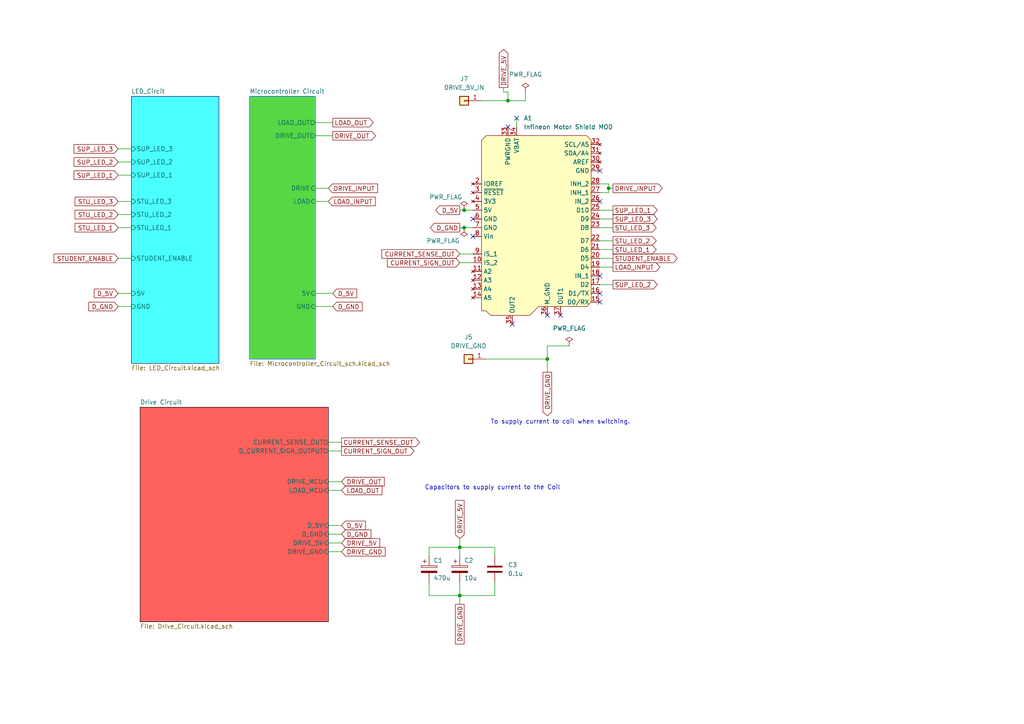
<source format=kicad_sch>
(kicad_sch (version 20211123) (generator eeschema)
  (paper "A4")
  (lib_symbols
    (symbol "000_Modules_Immo:Infineon Motor Shield MOD"
      (property "Reference" "A" (at 20.32 34.29 0))
      (property "Value" "Infineon Motor Shield MOD" (at 20.32 33.02 0))
      (symbol "Infineon Motor Shield MOD_0_1"
        (polyline (pts (xy -17.78 26.67) (xy -17.78 -22.86) (xy -16.51 -22.86) (xy -15.24 -24.13) (xy -3.81 -24.13) (xy -1.27 -21.59) (xy 12.7 -21.59) (xy 13.97 -20.32) (xy 13.97 26.67) (xy 12.7 27.94) (xy -16.51 27.94) (xy -17.78 26.67)) (fill (type background)))
      )
      (symbol "Infineon Motor Shield MOD_1_1"
        (pin no_connect line (at -20.32 16.51 0) (length 2.54) hide (name "NC") (number "1"))
        (pin input line (at -20.32 -8.89 0) (length 2.54) (name "IS_2") (number "10"))
        (pin no_connect line (at -20.32 -11.43 0) (length 2.54) (name "A2") (number "11"))
        (pin no_connect line (at -20.32 -13.97 0) (length 2.54) (name "A3") (number "12"))
        (pin no_connect line (at -20.32 -16.51 0) (length 2.54) (name "A4") (number "13"))
        (pin no_connect line (at -20.32 -19.05 0) (length 2.54) (name "A5") (number "14"))
        (pin bidirectional line (at 16.51 -20.32 180) (length 2.54) (name "D0/RX") (number "15"))
        (pin bidirectional line (at 16.51 -17.78 180) (length 2.54) (name "D1/TX") (number "16"))
        (pin bidirectional line (at 16.51 -15.24 180) (length 2.54) (name "D2") (number "17"))
        (pin bidirectional line (at 16.51 -12.7 180) (length 2.54) (name "IN_1") (number "18"))
        (pin bidirectional line (at 16.51 -10.16 180) (length 2.54) (name "D4") (number "19"))
        (pin no_connect line (at -20.32 13.97 0) (length 2.54) (name "IOREF") (number "2"))
        (pin bidirectional line (at 16.51 -7.62 180) (length 2.54) (name "D5") (number "20"))
        (pin bidirectional line (at 16.51 -5.08 180) (length 2.54) (name "D6") (number "21"))
        (pin bidirectional line (at 16.51 -2.54 180) (length 2.54) (name "D7") (number "22"))
        (pin bidirectional line (at 16.51 1.27 180) (length 2.54) (name "D8") (number "23"))
        (pin bidirectional line (at 16.51 3.81 180) (length 2.54) (name "D9") (number "24"))
        (pin bidirectional line (at 16.51 6.35 180) (length 2.54) (name "D10") (number "25"))
        (pin input line (at 16.51 8.89 180) (length 2.54) (name "IN_2") (number "26"))
        (pin input line (at 16.51 11.43 180) (length 2.54) (name "INH_1") (number "27"))
        (pin input line (at 16.51 13.97 180) (length 2.54) (name "INH_2") (number "28"))
        (pin power_in line (at 16.51 17.78 180) (length 2.54) (name "GND") (number "29"))
        (pin no_connect line (at -20.32 11.43 0) (length 2.54) (name "~{RESET}") (number "3"))
        (pin no_connect line (at 16.51 20.32 180) (length 2.54) (name "AREF") (number "30"))
        (pin no_connect line (at 16.51 22.86 180) (length 2.54) (name "SDA/A4") (number "31"))
        (pin no_connect line (at 16.51 25.4 180) (length 2.54) (name "SCL/A5") (number "32"))
        (pin power_in line (at -10.16 30.48 270) (length 2.54) (name "PWRGND") (number "33"))
        (pin power_in line (at -7.62 30.48 270) (length 2.54) (name "VBAT") (number "34"))
        (pin output line (at -8.89 -26.67 90) (length 2.54) (name "OUT2") (number "35"))
        (pin power_in line (at 1.27 -24.13 90) (length 2.54) (name "M_GND") (number "36"))
        (pin output line (at 5.08 -24.13 90) (length 2.54) (name "OUT1") (number "37"))
        (pin no_connect line (at -20.32 8.89 0) (length 2.54) (name "3V3") (number "4"))
        (pin input line (at -20.32 6.35 0) (length 2.54) (name "5V") (number "5"))
        (pin power_in line (at -20.32 3.81 0) (length 2.54) (name "GND") (number "6"))
        (pin power_in line (at -20.32 1.27 0) (length 2.54) (name "GND") (number "7"))
        (pin input line (at -20.32 -1.27 0) (length 2.54) (name "Vin") (number "8"))
        (pin input line (at -20.32 -6.35 0) (length 2.54) (name "IS_1") (number "9"))
      )
    )
    (symbol "Connector_Generic:Conn_01x01" (pin_names (offset 1.016) hide)
      (property "Reference" "J" (at 0 2.54 0))
      (property "Value" "Conn_01x01" (at 0 -2.54 0))
      (symbol "Conn_01x01_1_1"
        (rectangle (start -1.27 0.127) (end 0 -0.127) (stroke (width 0.1524)))
        (rectangle (start -1.27 1.27) (end 1.27 -1.27) (stroke (width 0.254)) (fill (type background)))
        (pin passive line (at -5.08 0 0) (length 3.81) (name "Pin_1") (number "1"))
      )
    )
    (symbol "Device:C" (pin_numbers hide) (pin_names (offset 0.254))
      (property "Reference" "C" (at 0.635 2.54 0))
      (property "Value" "C" (at 0.635 -2.54 0))
      (symbol "C_0_1"
        (polyline (pts (xy -2.032 -0.762) (xy 2.032 -0.762)) (stroke (width 0.508)))
        (polyline (pts (xy -2.032 0.762) (xy 2.032 0.762)) (stroke (width 0.508)))
      )
      (symbol "C_1_1"
        (pin passive line (at 0 3.81 270) (length 2.794) (name "~") (number "1"))
        (pin passive line (at 0 -3.81 90) (length 2.794) (name "~") (number "2"))
      )
    )
    (symbol "Device:C_Polarized" (pin_numbers hide) (pin_names (offset 0.254))
      (property "Reference" "C" (at 0.635 2.54 0))
      (property "Value" "C_Polarized" (at 0.635 -2.54 0))
      (symbol "C_Polarized_0_1"
        (rectangle (start -2.286 0.508) (end 2.286 1.016))
        (polyline (pts (xy -1.778 2.286) (xy -0.762 2.286)))
        (polyline (pts (xy -1.27 2.794) (xy -1.27 1.778)))
        (rectangle (start 2.286 -0.508) (end -2.286 -1.016) (fill (type outline)))
      )
      (symbol "C_Polarized_1_1"
        (pin passive line (at 0 3.81 270) (length 2.794) (name "~") (number "1"))
        (pin passive line (at 0 -3.81 90) (length 2.794) (name "~") (number "2"))
      )
    )
    (symbol "power:PWR_FLAG" (power) (pin_numbers hide) (pin_names (offset 0) hide)
      (property "Value" "PWR_FLAG" (at 0 3.81 0))
      (symbol "PWR_FLAG_0_0"
        (pin power_out line (at 0 0 90) (length 0) (name "pwr") (number "1"))
      )
      (symbol "PWR_FLAG_0_1"
        (polyline (pts (xy 0 0) (xy 0 1.27) (xy -1.016 1.905) (xy 0 2.54) (xy 1.016 1.905) (xy 0 1.27)))
      )
    )
  )
  (junction (at 176.53 54.61))
  (junction (at 158.75 104.14))
  (junction (at 147.32 29.21))
  (junction (at 134.62 66.04))
  (junction (at 134.62 60.96))
  (junction (at 133.35 172.72))
  (junction (at 133.35 158.75))
  (no_connect (at 173.99 58.42))
  (no_connect (at 137.16 63.5))
  (no_connect (at 173.99 49.53))
  (no_connect (at 137.16 68.58))
  (no_connect (at 173.99 85.09))
  (no_connect (at 173.99 87.63))
  (no_connect (at 173.99 80.01))
  (no_connect (at 158.75 91.44))
  (no_connect (at 149.86 34.29))
  (no_connect (at 162.56 91.44))
  (no_connect (at 148.59 93.98))
  (no_connect (at 147.32 36.83))
  (wire (pts (xy 158.75 100.33) (xy 165.1 100.33)))
  (wire (pts (xy 173.99 82.55) (xy 177.8 82.55)))
  (wire (pts (xy 91.44 88.9) (xy 96.52 88.9)))
  (wire (pts (xy 173.99 72.39) (xy 177.8 72.39)))
  (wire (pts (xy 176.53 54.61) (xy 177.8 54.61)))
  (wire (pts (xy 133.35 156.21) (xy 133.35 158.75)))
  (wire (pts (xy 143.51 161.29) (xy 143.51 158.75)))
  (wire (pts (xy 95.25 128.27) (xy 99.06 128.27)))
  (wire (pts (xy 152.4 26.67) (xy 152.4 29.21)))
  (wire (pts (xy 173.99 60.96) (xy 177.8 60.96)))
  (wire (pts (xy 173.99 53.34) (xy 176.53 53.34)))
  (wire (pts (xy 173.99 77.47) (xy 177.8 77.47)))
  (wire (pts (xy 91.44 39.37) (xy 96.52 39.37)))
  (wire (pts (xy 95.25 154.94) (xy 99.06 154.94)))
  (wire (pts (xy 91.44 54.61) (xy 95.25 54.61)))
  (wire (pts (xy 143.51 168.91) (xy 143.51 172.72)))
  (wire (pts (xy 176.53 53.34) (xy 176.53 54.61)))
  (wire (pts (xy 173.99 69.85) (xy 177.8 69.85)))
  (wire (pts (xy 95.25 157.48) (xy 99.06 157.48)))
  (wire (pts (xy 176.53 54.61) (xy 176.53 55.88)))
  (wire (pts (xy 133.35 73.66) (xy 137.16 73.66)))
  (wire (pts (xy 124.46 158.75) (xy 133.35 158.75)))
  (wire (pts (xy 147.32 29.21) (xy 152.4 29.21)))
  (wire (pts (xy 133.35 66.04) (xy 134.62 66.04)))
  (wire (pts (xy 146.05 25.4) (xy 146.05 26.67)))
  (wire (pts (xy 34.29 46.99) (xy 38.1 46.99)))
  (wire (pts (xy 173.99 63.5) (xy 177.8 63.5)))
  (wire (pts (xy 134.62 60.96) (xy 137.16 60.96)))
  (wire (pts (xy 139.7 29.21) (xy 147.32 29.21)))
  (wire (pts (xy 124.46 172.72) (xy 133.35 172.72)))
  (wire (pts (xy 95.25 142.24) (xy 99.06 142.24)))
  (wire (pts (xy 133.35 172.72) (xy 133.35 175.26)))
  (wire (pts (xy 133.35 158.75) (xy 133.35 161.29)))
  (wire (pts (xy 133.35 172.72) (xy 143.51 172.72)))
  (wire (pts (xy 133.35 76.2) (xy 137.16 76.2)))
  (wire (pts (xy 134.62 66.04) (xy 137.16 66.04)))
  (wire (pts (xy 149.86 34.29) (xy 149.86 36.83)))
  (wire (pts (xy 173.99 55.88) (xy 176.53 55.88)))
  (wire (pts (xy 143.51 158.75) (xy 133.35 158.75)))
  (wire (pts (xy 158.75 104.14) (xy 158.75 107.95)))
  (wire (pts (xy 34.29 50.8) (xy 38.1 50.8)))
  (wire (pts (xy 124.46 168.91) (xy 124.46 172.72)))
  (wire (pts (xy 34.29 43.18) (xy 38.1 43.18)))
  (wire (pts (xy 95.25 139.7) (xy 99.06 139.7)))
  (wire (pts (xy 147.32 26.67) (xy 147.32 29.21)))
  (wire (pts (xy 173.99 66.04) (xy 177.8 66.04)))
  (wire (pts (xy 133.35 168.91) (xy 133.35 172.72)))
  (wire (pts (xy 34.29 66.04) (xy 38.1 66.04)))
  (wire (pts (xy 133.35 60.96) (xy 134.62 60.96)))
  (wire (pts (xy 34.29 74.93) (xy 38.1 74.93)))
  (wire (pts (xy 95.25 160.02) (xy 99.06 160.02)))
  (wire (pts (xy 95.25 130.81) (xy 99.06 130.81)))
  (wire (pts (xy 140.97 104.14) (xy 158.75 104.14)))
  (wire (pts (xy 34.29 62.23) (xy 38.1 62.23)))
  (wire (pts (xy 173.99 74.93) (xy 177.8 74.93)))
  (wire (pts (xy 124.46 161.29) (xy 124.46 158.75)))
  (wire (pts (xy 91.44 58.42) (xy 95.25 58.42)))
  (wire (pts (xy 34.29 58.42) (xy 38.1 58.42)))
  (wire (pts (xy 146.05 26.67) (xy 147.32 26.67)))
  (wire (pts (xy 91.44 35.56) (xy 96.52 35.56)))
  (wire (pts (xy 95.25 152.4) (xy 99.06 152.4)))
  (wire (pts (xy 91.44 85.09) (xy 96.52 85.09)))
  (wire (pts (xy 34.29 88.9) (xy 38.1 88.9)))
  (wire (pts (xy 158.75 100.33) (xy 158.75 104.14)))
  (wire (pts (xy 34.29 85.09) (xy 38.1 85.09)))
  (text "Capacitors to supply current to the Coil" (at 162.56 142.24 180) (effects (font (size 1.27 1.27)) (justify right bottom)))
  (text "To supply current to coil when switching." (at 142.24 123.19 0) (effects (font (size 1.27 1.27)) (justify left bottom)))
  (global_label "LOAD_OUT" (shape output) (at 96.52 35.56 0) (property "Intersheet References" "${INTERSHEET_REFS}" (effects hide)))
  (global_label "DRIVE_GND" (shape output) (at 158.75 107.95 270) (property "Intersheet References" "${INTERSHEET_REFS}" (effects hide)))
  (global_label "STU_LED_2" (shape output) (at 177.8 69.85 0) (property "Intersheet References" "${INTERSHEET_REFS}" (effects hide)))
  (global_label "CURRENT_SIGN_OUT" (shape output) (at 99.06 130.81 0) (property "Intersheet References" "${INTERSHEET_REFS}" (effects hide)))
  (global_label "CURRENT_SIGN_OUT" (shape input) (at 133.35 76.2 180) (property "Intersheet References" "${INTERSHEET_REFS}" (effects hide)))
  (global_label "DRIVE_5V" (shape output) (at 146.05 25.4 90) (property "Intersheet References" "${INTERSHEET_REFS}" (effects hide)))
  (global_label "D_GND" (shape input) (at 99.06 154.94 0) (property "Intersheet References" "${INTERSHEET_REFS}" (effects hide)))
  (global_label "LOAD_INPUT" (shape input) (at 95.25 58.42 0) (property "Intersheet References" "${INTERSHEET_REFS}" (effects hide)))
  (global_label "DRIVE_5V" (shape input) (at 99.06 157.48 0) (property "Intersheet References" "${INTERSHEET_REFS}" (effects hide)))
  (global_label "DRIVE_OUT" (shape input) (at 99.06 139.7 0) (property "Intersheet References" "${INTERSHEET_REFS}" (effects hide)))
  (global_label "SUP_LED_1" (shape output) (at 177.8 60.96 0) (property "Intersheet References" "${INTERSHEET_REFS}" (effects hide)))
  (global_label "CURRENT_SENSE_OUT" (shape output) (at 99.06 128.27 0) (property "Intersheet References" "${INTERSHEET_REFS}" (effects hide)))
  (global_label "D_5V" (shape input) (at 96.52 85.09 0) (property "Intersheet References" "${INTERSHEET_REFS}" (effects hide)))
  (global_label "STU_LED_3" (shape output) (at 177.8 66.04 0) (property "Intersheet References" "${INTERSHEET_REFS}" (effects hide)))
  (global_label "D_GND" (shape input) (at 96.52 88.9 0) (property "Intersheet References" "${INTERSHEET_REFS}" (effects hide)))
  (global_label "DRIVE_INPUT" (shape output) (at 177.8 54.61 0) (property "Intersheet References" "${INTERSHEET_REFS}" (effects hide)))
  (global_label "D_GND" (shape input) (at 34.29 88.9 180) (property "Intersheet References" "${INTERSHEET_REFS}" (effects hide)))
  (global_label "SUP_LED_3" (shape input) (at 34.29 43.18 180) (property "Intersheet References" "${INTERSHEET_REFS}" (effects hide)))
  (global_label "CURRENT_SENSE_OUT" (shape input) (at 133.35 73.66 180) (property "Intersheet References" "${INTERSHEET_REFS}" (effects hide)))
  (global_label "D_GND" (shape output) (at 133.35 66.04 180) (property "Intersheet References" "${INTERSHEET_REFS}" (effects hide)))
  (global_label "LOAD_INPUT" (shape output) (at 177.8 77.47 0) (property "Intersheet References" "${INTERSHEET_REFS}" (effects hide)))
  (global_label "SUP_LED_2" (shape output) (at 177.8 82.55 0) (property "Intersheet References" "${INTERSHEET_REFS}" (effects hide)))
  (global_label "D_5V" (shape output) (at 133.35 60.96 180) (property "Intersheet References" "${INTERSHEET_REFS}" (effects hide)))
  (global_label "SUP_LED_3" (shape output) (at 177.8 63.5 0) (property "Intersheet References" "${INTERSHEET_REFS}" (effects hide)))
  (global_label "DRIVE_OUT" (shape output) (at 96.52 39.37 0) (property "Intersheet References" "${INTERSHEET_REFS}" (effects hide)))
  (global_label "DRIVE_GND" (shape input) (at 99.06 160.02 0) (property "Intersheet References" "${INTERSHEET_REFS}" (effects hide)))
  (global_label "STUDENT_ENABLE" (shape input) (at 34.29 74.93 180) (property "Intersheet References" "${INTERSHEET_REFS}" (effects hide)))
  (global_label "SUP_LED_2" (shape input) (at 34.29 46.99 180) (property "Intersheet References" "${INTERSHEET_REFS}" (effects hide)))
  (global_label "STU_LED_2" (shape input) (at 34.29 62.23 180) (property "Intersheet References" "${INTERSHEET_REFS}" (effects hide)))
  (global_label "STUDENT_ENABLE" (shape output) (at 177.8 74.93 0) (property "Intersheet References" "${INTERSHEET_REFS}" (effects hide)))
  (global_label "D_5V" (shape input) (at 99.06 152.4 0) (property "Intersheet References" "${INTERSHEET_REFS}" (effects hide)))
  (global_label "STU_LED_1" (shape output) (at 177.8 72.39 0) (property "Intersheet References" "${INTERSHEET_REFS}" (effects hide)))
  (global_label "STU_LED_3" (shape input) (at 34.29 58.42 180) (property "Intersheet References" "${INTERSHEET_REFS}" (effects hide)))
  (global_label "STU_LED_1" (shape input) (at 34.29 66.04 180) (property "Intersheet References" "${INTERSHEET_REFS}" (effects hide)))
  (global_label "LOAD_OUT" (shape input) (at 99.06 142.24 0) (property "Intersheet References" "${INTERSHEET_REFS}" (effects hide)))
  (global_label "DRIVE_GND" (shape passive) (at 133.35 175.26 270) (property "Intersheet References" "${INTERSHEET_REFS}" (effects hide)))
  (global_label "D_5V" (shape input) (at 34.29 85.09 180) (property "Intersheet References" "${INTERSHEET_REFS}" (effects hide)))
  (global_label "SUP_LED_1" (shape input) (at 34.29 50.8 180) (property "Intersheet References" "${INTERSHEET_REFS}" (effects hide)))
  (global_label "DRIVE_5V" (shape input) (at 133.35 156.21 90) (property "Intersheet References" "${INTERSHEET_REFS}" (effects hide)))
  (global_label "DRIVE_INPUT" (shape input) (at 95.25 54.61 0) (property "Intersheet References" "${INTERSHEET_REFS}" (effects hide)))
  (symbol (lib_id "Connector_Generic:Conn_01x01") (at 135.89 104.14 0) (mirror y) (unit 1)
    (property "Reference" "J5" (at 135.89 97.79 0))
    (property "Value" "DRIVE_GND" (at 135.89 100.33 0))
    (property "Footprint" "Connector_Pin:Pin_D1.3mm_L11.0mm" (effects hide))
  )
  (symbol (lib_id "Connector_Generic:Conn_01x01") (at 134.62 29.21 0) (mirror y) (unit 1)
    (property "Reference" "J7" (at 134.62 22.86 0))
    (property "Value" "DRIVE_5V_IN" (at 134.62 25.4 0))
    (property "Footprint" "Connector_Pin:Pin_D1.3mm_L11.0mm" (effects hide))
  )
  (symbol (lib_id "Device:C_Polarized") (at 133.35 165.1 0) (unit 1)
    (property "Reference" "C2" (at 134.62 162.56 0) (effects (justify left)))
    (property "Value" "10u" (at 134.62 167.64 0) (effects (justify left)))
    (property "Footprint" "Capacitor_SMD:CP_Elec_3x5.3" (effects hide))
  )
  (symbol (lib_id "power:PWR_FLAG") (at 165.1 100.33 0) (unit 1)
    (property "Reference" "#FLG0102" (effects hide))
    (property "Value" "PWR_FLAG" (at 165.1 95.25 0))
  )
  (symbol (lib_id "power:PWR_FLAG") (at 152.4 26.67 0) (unit 1)
    (property "Reference" "#FLG0101" (effects hide))
    (property "Value" "PWR_FLAG" (at 152.4 21.59 0))
  )
  (symbol (lib_id "Device:C_Polarized") (at 124.46 165.1 0) (unit 1)
    (property "Reference" "C1" (at 125.73 162.56 0) (effects (justify left)))
    (property "Value" "470u" (at 125.73 167.64 0) (effects (justify left)))
    (property "Footprint" "Capacitor_SMD:C_Elec_8x10.2" (effects hide))
  )
  (symbol (lib_id "Device:C") (at 143.51 165.1 0) (unit 1)
    (property "Reference" "C3" (at 147.32 163.8299 0) (effects (justify left)))
    (property "Value" "0.1u" (at 147.32 166.3699 0) (effects (justify left)))
    (property "Footprint" "Capacitor_SMD:C_0805_2012Metric_Pad1.18x1.45mm_HandSolder" (effects hide))
  )
  (symbol (lib_id "000_Modules_Immo:Infineon Motor Shield MOD") (at 157.48 67.31 0) (unit 1)
    (property "Reference" "A1" (at 151.8794 34.29 0) (effects (justify left)))
    (property "Value" "Infineon Motor Shield MOD" (at 151.8794 36.83 0) (effects (justify left)))
    (property "Footprint" "Audio_Module:Infineon Motor Sheild hiddenPins" (effects hide))
    (property "Datasheet" "https://docs.rs-online.com/91cb/0900766b81490d99.pdf" (effects hide))
  )
  (symbol (lib_id "power:PWR_FLAG") (at 134.62 60.96 0) (mirror y) (unit 1)
    (property "Reference" "#FLG0104" (effects hide))
    (property "Value" "PWR_FLAG" (at 124.46 57.15 0) (effects (justify right)))
  )
  (symbol (lib_id "power:PWR_FLAG") (at 134.62 66.04 0) (mirror x) (unit 1)
    (property "Reference" "#FLG0103" (effects hide))
    (property "Value" "PWR_FLAG" (at 133.35 69.85 0) (effects (justify right)))
  )
  (sheet (at 38.1 27.94) (size 25.4 77.47) (stroke (width 0.1524) (color 36 6 99 1)) (fill (color 76 255 255 1.0000))
    (property "Sheet name" "LED_Circit" (at 38.1 27.2284 0) (effects (justify left bottom)))
    (property "Sheet file" "LED_Circuit.kicad_sch" (at 38.1 105.9946 0) (effects (justify left top)))
    (pin "GND" input (at 38.1 88.9 180))
    (pin "5V" input (at 38.1 85.09 180))
    (pin "STUDENT_ENABLE" input (at 38.1 74.93 180))
    (pin "STU_LED_1" input (at 38.1 66.04 180))
    (pin "STU_LED_2" input (at 38.1 62.23 180))
    (pin "SUP_LED_1" input (at 38.1 50.8 180))
    (pin "SUP_LED_2" input (at 38.1 46.99 180))
    (pin "SUP_LED_3" input (at 38.1 43.18 180))
    (pin "STU_LED_3" input (at 38.1 58.42 180))
  )
  (sheet (at 40.64 118.11) (size 54.61 62.23) (stroke (width 0.1524) (color 4 0 8 1)) (fill (color 255 97 92 1.0000))
    (property "Sheet name" "Drive Circuit" (at 40.64 117.3984 0) (effects (justify left bottom)))
    (property "Sheet file" "Drive_Circuit.kicad_sch" (at 40.64 180.9246 0) (effects (justify left top)))
    (pin "CURRENT_SENSE_OUT" output (at 95.25 128.27 0))
    (pin "DRIVE_GND" input (at 95.25 160.02 0))
    (pin "DRIVE_5V" input (at 95.25 157.48 0))
    (pin "DRIVE_MCU" input (at 95.25 139.7 0))
    (pin "LOAD_MCU" input (at 95.25 142.24 0))
    (pin "D_GND" input (at 95.25 154.94 0))
    (pin "D_CURRENT_SIGN_OUTPUT" output (at 95.25 130.81 0))
    (pin "D_5V" input (at 95.25 152.4 0))
  )
  (sheet (at 72.39 27.94) (size 19.05 76.2) (stroke (width 0.1524) (color 0 70 255 1)) (fill (color 87 215 67 1.0000))
    (property "Sheet name" "Microcontroller Circuit" (at 72.39 27.2284 0) (effects (justify left bottom)))
    (property "Sheet file" "Microcontroller_Circuit_sch.kicad_sch" (at 72.39 104.7246 0) (effects (justify left top)))
    (pin "5V" input (at 91.44 85.09 0))
    (pin "GND" input (at 91.44 88.9 0))
    (pin "LOAD" input (at 91.44 58.42 0))
    (pin "LOAD_OUT" output (at 91.44 35.56 0))
    (pin "DRIVE_OUT" output (at 91.44 39.37 0))
    (pin "DRIVE" input (at 91.44 54.61 0))
  )
)
</source>
